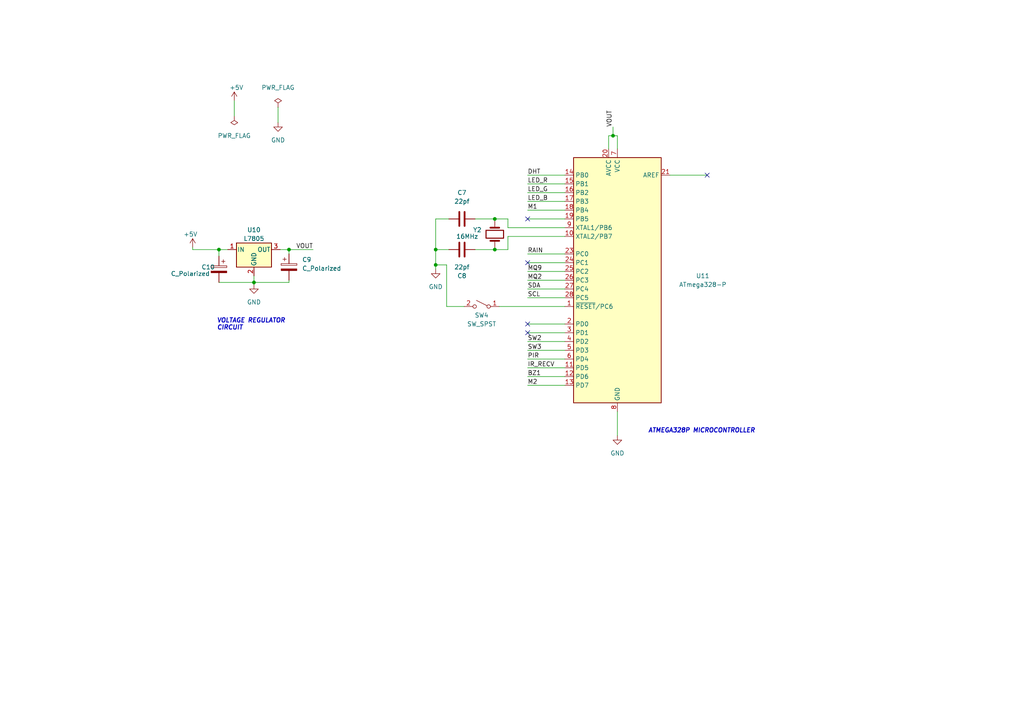
<source format=kicad_sch>
(kicad_sch (version 20211123) (generator eeschema)

  (uuid a9dc569f-15c0-4732-a2ce-6a84a8bb18c0)

  (paper "A4")

  (lib_symbols
    (symbol "Device:C" (pin_numbers hide) (pin_names (offset 0.254)) (in_bom yes) (on_board yes)
      (property "Reference" "C" (id 0) (at 0.635 2.54 0)
        (effects (font (size 1.27 1.27)) (justify left))
      )
      (property "Value" "C" (id 1) (at 0.635 -2.54 0)
        (effects (font (size 1.27 1.27)) (justify left))
      )
      (property "Footprint" "" (id 2) (at 0.9652 -3.81 0)
        (effects (font (size 1.27 1.27)) hide)
      )
      (property "Datasheet" "~" (id 3) (at 0 0 0)
        (effects (font (size 1.27 1.27)) hide)
      )
      (property "ki_keywords" "cap capacitor" (id 4) (at 0 0 0)
        (effects (font (size 1.27 1.27)) hide)
      )
      (property "ki_description" "Unpolarized capacitor" (id 5) (at 0 0 0)
        (effects (font (size 1.27 1.27)) hide)
      )
      (property "ki_fp_filters" "C_*" (id 6) (at 0 0 0)
        (effects (font (size 1.27 1.27)) hide)
      )
      (symbol "C_0_1"
        (polyline
          (pts
            (xy -2.032 -0.762)
            (xy 2.032 -0.762)
          )
          (stroke (width 0.508) (type default) (color 0 0 0 0))
          (fill (type none))
        )
        (polyline
          (pts
            (xy -2.032 0.762)
            (xy 2.032 0.762)
          )
          (stroke (width 0.508) (type default) (color 0 0 0 0))
          (fill (type none))
        )
      )
      (symbol "C_1_1"
        (pin passive line (at 0 3.81 270) (length 2.794)
          (name "~" (effects (font (size 1.27 1.27))))
          (number "1" (effects (font (size 1.27 1.27))))
        )
        (pin passive line (at 0 -3.81 90) (length 2.794)
          (name "~" (effects (font (size 1.27 1.27))))
          (number "2" (effects (font (size 1.27 1.27))))
        )
      )
    )
    (symbol "Device:C_Polarized" (pin_numbers hide) (pin_names (offset 0.254)) (in_bom yes) (on_board yes)
      (property "Reference" "C" (id 0) (at 0.635 2.54 0)
        (effects (font (size 1.27 1.27)) (justify left))
      )
      (property "Value" "C_Polarized" (id 1) (at 0.635 -2.54 0)
        (effects (font (size 1.27 1.27)) (justify left))
      )
      (property "Footprint" "" (id 2) (at 0.9652 -3.81 0)
        (effects (font (size 1.27 1.27)) hide)
      )
      (property "Datasheet" "~" (id 3) (at 0 0 0)
        (effects (font (size 1.27 1.27)) hide)
      )
      (property "ki_keywords" "cap capacitor" (id 4) (at 0 0 0)
        (effects (font (size 1.27 1.27)) hide)
      )
      (property "ki_description" "Polarized capacitor" (id 5) (at 0 0 0)
        (effects (font (size 1.27 1.27)) hide)
      )
      (property "ki_fp_filters" "CP_*" (id 6) (at 0 0 0)
        (effects (font (size 1.27 1.27)) hide)
      )
      (symbol "C_Polarized_0_1"
        (rectangle (start -2.286 0.508) (end 2.286 1.016)
          (stroke (width 0) (type default) (color 0 0 0 0))
          (fill (type none))
        )
        (polyline
          (pts
            (xy -1.778 2.286)
            (xy -0.762 2.286)
          )
          (stroke (width 0) (type default) (color 0 0 0 0))
          (fill (type none))
        )
        (polyline
          (pts
            (xy -1.27 2.794)
            (xy -1.27 1.778)
          )
          (stroke (width 0) (type default) (color 0 0 0 0))
          (fill (type none))
        )
        (rectangle (start 2.286 -0.508) (end -2.286 -1.016)
          (stroke (width 0) (type default) (color 0 0 0 0))
          (fill (type outline))
        )
      )
      (symbol "C_Polarized_1_1"
        (pin passive line (at 0 3.81 270) (length 2.794)
          (name "~" (effects (font (size 1.27 1.27))))
          (number "1" (effects (font (size 1.27 1.27))))
        )
        (pin passive line (at 0 -3.81 90) (length 2.794)
          (name "~" (effects (font (size 1.27 1.27))))
          (number "2" (effects (font (size 1.27 1.27))))
        )
      )
    )
    (symbol "Device:Crystal" (pin_numbers hide) (pin_names (offset 1.016) hide) (in_bom yes) (on_board yes)
      (property "Reference" "Y" (id 0) (at 0 3.81 0)
        (effects (font (size 1.27 1.27)))
      )
      (property "Value" "Crystal" (id 1) (at 0 -3.81 0)
        (effects (font (size 1.27 1.27)))
      )
      (property "Footprint" "" (id 2) (at 0 0 0)
        (effects (font (size 1.27 1.27)) hide)
      )
      (property "Datasheet" "~" (id 3) (at 0 0 0)
        (effects (font (size 1.27 1.27)) hide)
      )
      (property "ki_keywords" "quartz ceramic resonator oscillator" (id 4) (at 0 0 0)
        (effects (font (size 1.27 1.27)) hide)
      )
      (property "ki_description" "Two pin crystal" (id 5) (at 0 0 0)
        (effects (font (size 1.27 1.27)) hide)
      )
      (property "ki_fp_filters" "Crystal*" (id 6) (at 0 0 0)
        (effects (font (size 1.27 1.27)) hide)
      )
      (symbol "Crystal_0_1"
        (rectangle (start -1.143 2.54) (end 1.143 -2.54)
          (stroke (width 0.3048) (type default) (color 0 0 0 0))
          (fill (type none))
        )
        (polyline
          (pts
            (xy -2.54 0)
            (xy -1.905 0)
          )
          (stroke (width 0) (type default) (color 0 0 0 0))
          (fill (type none))
        )
        (polyline
          (pts
            (xy -1.905 -1.27)
            (xy -1.905 1.27)
          )
          (stroke (width 0.508) (type default) (color 0 0 0 0))
          (fill (type none))
        )
        (polyline
          (pts
            (xy 1.905 -1.27)
            (xy 1.905 1.27)
          )
          (stroke (width 0.508) (type default) (color 0 0 0 0))
          (fill (type none))
        )
        (polyline
          (pts
            (xy 2.54 0)
            (xy 1.905 0)
          )
          (stroke (width 0) (type default) (color 0 0 0 0))
          (fill (type none))
        )
      )
      (symbol "Crystal_1_1"
        (pin passive line (at -3.81 0 0) (length 1.27)
          (name "1" (effects (font (size 1.27 1.27))))
          (number "1" (effects (font (size 1.27 1.27))))
        )
        (pin passive line (at 3.81 0 180) (length 1.27)
          (name "2" (effects (font (size 1.27 1.27))))
          (number "2" (effects (font (size 1.27 1.27))))
        )
      )
    )
    (symbol "MCU_Microchip_ATmega:ATmega328-P" (in_bom yes) (on_board yes)
      (property "Reference" "U" (id 0) (at -12.7 36.83 0)
        (effects (font (size 1.27 1.27)) (justify left bottom))
      )
      (property "Value" "ATmega328-P" (id 1) (at 2.54 -36.83 0)
        (effects (font (size 1.27 1.27)) (justify left top))
      )
      (property "Footprint" "Package_DIP:DIP-28_W7.62mm" (id 2) (at 0 0 0)
        (effects (font (size 1.27 1.27) italic) hide)
      )
      (property "Datasheet" "http://ww1.microchip.com/downloads/en/DeviceDoc/ATmega328_P%20AVR%20MCU%20with%20picoPower%20Technology%20Data%20Sheet%2040001984A.pdf" (id 3) (at 0 0 0)
        (effects (font (size 1.27 1.27)) hide)
      )
      (property "ki_keywords" "AVR 8bit Microcontroller MegaAVR" (id 4) (at 0 0 0)
        (effects (font (size 1.27 1.27)) hide)
      )
      (property "ki_description" "20MHz, 32kB Flash, 2kB SRAM, 1kB EEPROM, DIP-28" (id 5) (at 0 0 0)
        (effects (font (size 1.27 1.27)) hide)
      )
      (property "ki_fp_filters" "DIP*W7.62mm*" (id 6) (at 0 0 0)
        (effects (font (size 1.27 1.27)) hide)
      )
      (symbol "ATmega328-P_0_1"
        (rectangle (start -12.7 -35.56) (end 12.7 35.56)
          (stroke (width 0.254) (type default) (color 0 0 0 0))
          (fill (type background))
        )
      )
      (symbol "ATmega328-P_1_1"
        (pin bidirectional line (at 15.24 -7.62 180) (length 2.54)
          (name "~{RESET}/PC6" (effects (font (size 1.27 1.27))))
          (number "1" (effects (font (size 1.27 1.27))))
        )
        (pin bidirectional line (at 15.24 12.7 180) (length 2.54)
          (name "XTAL2/PB7" (effects (font (size 1.27 1.27))))
          (number "10" (effects (font (size 1.27 1.27))))
        )
        (pin bidirectional line (at 15.24 -25.4 180) (length 2.54)
          (name "PD5" (effects (font (size 1.27 1.27))))
          (number "11" (effects (font (size 1.27 1.27))))
        )
        (pin bidirectional line (at 15.24 -27.94 180) (length 2.54)
          (name "PD6" (effects (font (size 1.27 1.27))))
          (number "12" (effects (font (size 1.27 1.27))))
        )
        (pin bidirectional line (at 15.24 -30.48 180) (length 2.54)
          (name "PD7" (effects (font (size 1.27 1.27))))
          (number "13" (effects (font (size 1.27 1.27))))
        )
        (pin bidirectional line (at 15.24 30.48 180) (length 2.54)
          (name "PB0" (effects (font (size 1.27 1.27))))
          (number "14" (effects (font (size 1.27 1.27))))
        )
        (pin bidirectional line (at 15.24 27.94 180) (length 2.54)
          (name "PB1" (effects (font (size 1.27 1.27))))
          (number "15" (effects (font (size 1.27 1.27))))
        )
        (pin bidirectional line (at 15.24 25.4 180) (length 2.54)
          (name "PB2" (effects (font (size 1.27 1.27))))
          (number "16" (effects (font (size 1.27 1.27))))
        )
        (pin bidirectional line (at 15.24 22.86 180) (length 2.54)
          (name "PB3" (effects (font (size 1.27 1.27))))
          (number "17" (effects (font (size 1.27 1.27))))
        )
        (pin bidirectional line (at 15.24 20.32 180) (length 2.54)
          (name "PB4" (effects (font (size 1.27 1.27))))
          (number "18" (effects (font (size 1.27 1.27))))
        )
        (pin bidirectional line (at 15.24 17.78 180) (length 2.54)
          (name "PB5" (effects (font (size 1.27 1.27))))
          (number "19" (effects (font (size 1.27 1.27))))
        )
        (pin bidirectional line (at 15.24 -12.7 180) (length 2.54)
          (name "PD0" (effects (font (size 1.27 1.27))))
          (number "2" (effects (font (size 1.27 1.27))))
        )
        (pin power_in line (at 2.54 38.1 270) (length 2.54)
          (name "AVCC" (effects (font (size 1.27 1.27))))
          (number "20" (effects (font (size 1.27 1.27))))
        )
        (pin passive line (at -15.24 30.48 0) (length 2.54)
          (name "AREF" (effects (font (size 1.27 1.27))))
          (number "21" (effects (font (size 1.27 1.27))))
        )
        (pin passive line (at 0 -38.1 90) (length 2.54) hide
          (name "GND" (effects (font (size 1.27 1.27))))
          (number "22" (effects (font (size 1.27 1.27))))
        )
        (pin bidirectional line (at 15.24 7.62 180) (length 2.54)
          (name "PC0" (effects (font (size 1.27 1.27))))
          (number "23" (effects (font (size 1.27 1.27))))
        )
        (pin bidirectional line (at 15.24 5.08 180) (length 2.54)
          (name "PC1" (effects (font (size 1.27 1.27))))
          (number "24" (effects (font (size 1.27 1.27))))
        )
        (pin bidirectional line (at 15.24 2.54 180) (length 2.54)
          (name "PC2" (effects (font (size 1.27 1.27))))
          (number "25" (effects (font (size 1.27 1.27))))
        )
        (pin bidirectional line (at 15.24 0 180) (length 2.54)
          (name "PC3" (effects (font (size 1.27 1.27))))
          (number "26" (effects (font (size 1.27 1.27))))
        )
        (pin bidirectional line (at 15.24 -2.54 180) (length 2.54)
          (name "PC4" (effects (font (size 1.27 1.27))))
          (number "27" (effects (font (size 1.27 1.27))))
        )
        (pin bidirectional line (at 15.24 -5.08 180) (length 2.54)
          (name "PC5" (effects (font (size 1.27 1.27))))
          (number "28" (effects (font (size 1.27 1.27))))
        )
        (pin bidirectional line (at 15.24 -15.24 180) (length 2.54)
          (name "PD1" (effects (font (size 1.27 1.27))))
          (number "3" (effects (font (size 1.27 1.27))))
        )
        (pin bidirectional line (at 15.24 -17.78 180) (length 2.54)
          (name "PD2" (effects (font (size 1.27 1.27))))
          (number "4" (effects (font (size 1.27 1.27))))
        )
        (pin bidirectional line (at 15.24 -20.32 180) (length 2.54)
          (name "PD3" (effects (font (size 1.27 1.27))))
          (number "5" (effects (font (size 1.27 1.27))))
        )
        (pin bidirectional line (at 15.24 -22.86 180) (length 2.54)
          (name "PD4" (effects (font (size 1.27 1.27))))
          (number "6" (effects (font (size 1.27 1.27))))
        )
        (pin power_in line (at 0 38.1 270) (length 2.54)
          (name "VCC" (effects (font (size 1.27 1.27))))
          (number "7" (effects (font (size 1.27 1.27))))
        )
        (pin power_in line (at 0 -38.1 90) (length 2.54)
          (name "GND" (effects (font (size 1.27 1.27))))
          (number "8" (effects (font (size 1.27 1.27))))
        )
        (pin bidirectional line (at 15.24 15.24 180) (length 2.54)
          (name "XTAL1/PB6" (effects (font (size 1.27 1.27))))
          (number "9" (effects (font (size 1.27 1.27))))
        )
      )
    )
    (symbol "Regulator_Linear:L7805" (pin_names (offset 0.254)) (in_bom yes) (on_board yes)
      (property "Reference" "U" (id 0) (at -3.81 3.175 0)
        (effects (font (size 1.27 1.27)))
      )
      (property "Value" "L7805" (id 1) (at 0 3.175 0)
        (effects (font (size 1.27 1.27)) (justify left))
      )
      (property "Footprint" "" (id 2) (at 0.635 -3.81 0)
        (effects (font (size 1.27 1.27) italic) (justify left) hide)
      )
      (property "Datasheet" "http://www.st.com/content/ccc/resource/technical/document/datasheet/41/4f/b3/b0/12/d4/47/88/CD00000444.pdf/files/CD00000444.pdf/jcr:content/translations/en.CD00000444.pdf" (id 3) (at 0 -1.27 0)
        (effects (font (size 1.27 1.27)) hide)
      )
      (property "ki_keywords" "Voltage Regulator 1.5A Positive" (id 4) (at 0 0 0)
        (effects (font (size 1.27 1.27)) hide)
      )
      (property "ki_description" "Positive 1.5A 35V Linear Regulator, Fixed Output 5V, TO-220/TO-263/TO-252" (id 5) (at 0 0 0)
        (effects (font (size 1.27 1.27)) hide)
      )
      (property "ki_fp_filters" "TO?252* TO?263* TO?220*" (id 6) (at 0 0 0)
        (effects (font (size 1.27 1.27)) hide)
      )
      (symbol "L7805_0_1"
        (rectangle (start -5.08 1.905) (end 5.08 -5.08)
          (stroke (width 0.254) (type default) (color 0 0 0 0))
          (fill (type background))
        )
      )
      (symbol "L7805_1_1"
        (pin power_in line (at -7.62 0 0) (length 2.54)
          (name "IN" (effects (font (size 1.27 1.27))))
          (number "1" (effects (font (size 1.27 1.27))))
        )
        (pin power_in line (at 0 -7.62 90) (length 2.54)
          (name "GND" (effects (font (size 1.27 1.27))))
          (number "2" (effects (font (size 1.27 1.27))))
        )
        (pin power_out line (at 7.62 0 180) (length 2.54)
          (name "OUT" (effects (font (size 1.27 1.27))))
          (number "3" (effects (font (size 1.27 1.27))))
        )
      )
    )
    (symbol "Switch:SW_SPST" (pin_names (offset 0) hide) (in_bom yes) (on_board yes)
      (property "Reference" "SW" (id 0) (at 0 3.175 0)
        (effects (font (size 1.27 1.27)))
      )
      (property "Value" "SW_SPST" (id 1) (at 0 -2.54 0)
        (effects (font (size 1.27 1.27)))
      )
      (property "Footprint" "" (id 2) (at 0 0 0)
        (effects (font (size 1.27 1.27)) hide)
      )
      (property "Datasheet" "~" (id 3) (at 0 0 0)
        (effects (font (size 1.27 1.27)) hide)
      )
      (property "ki_keywords" "switch lever" (id 4) (at 0 0 0)
        (effects (font (size 1.27 1.27)) hide)
      )
      (property "ki_description" "Single Pole Single Throw (SPST) switch" (id 5) (at 0 0 0)
        (effects (font (size 1.27 1.27)) hide)
      )
      (symbol "SW_SPST_0_0"
        (circle (center -2.032 0) (radius 0.508)
          (stroke (width 0) (type default) (color 0 0 0 0))
          (fill (type none))
        )
        (polyline
          (pts
            (xy -1.524 0.254)
            (xy 1.524 1.778)
          )
          (stroke (width 0) (type default) (color 0 0 0 0))
          (fill (type none))
        )
        (circle (center 2.032 0) (radius 0.508)
          (stroke (width 0) (type default) (color 0 0 0 0))
          (fill (type none))
        )
      )
      (symbol "SW_SPST_1_1"
        (pin passive line (at -5.08 0 0) (length 2.54)
          (name "A" (effects (font (size 1.27 1.27))))
          (number "1" (effects (font (size 1.27 1.27))))
        )
        (pin passive line (at 5.08 0 180) (length 2.54)
          (name "B" (effects (font (size 1.27 1.27))))
          (number "2" (effects (font (size 1.27 1.27))))
        )
      )
    )
    (symbol "power:+5V" (power) (pin_names (offset 0)) (in_bom yes) (on_board yes)
      (property "Reference" "#PWR" (id 0) (at 0 -3.81 0)
        (effects (font (size 1.27 1.27)) hide)
      )
      (property "Value" "+5V" (id 1) (at 0 3.556 0)
        (effects (font (size 1.27 1.27)))
      )
      (property "Footprint" "" (id 2) (at 0 0 0)
        (effects (font (size 1.27 1.27)) hide)
      )
      (property "Datasheet" "" (id 3) (at 0 0 0)
        (effects (font (size 1.27 1.27)) hide)
      )
      (property "ki_keywords" "power-flag" (id 4) (at 0 0 0)
        (effects (font (size 1.27 1.27)) hide)
      )
      (property "ki_description" "Power symbol creates a global label with name \"+5V\"" (id 5) (at 0 0 0)
        (effects (font (size 1.27 1.27)) hide)
      )
      (symbol "+5V_0_1"
        (polyline
          (pts
            (xy -0.762 1.27)
            (xy 0 2.54)
          )
          (stroke (width 0) (type default) (color 0 0 0 0))
          (fill (type none))
        )
        (polyline
          (pts
            (xy 0 0)
            (xy 0 2.54)
          )
          (stroke (width 0) (type default) (color 0 0 0 0))
          (fill (type none))
        )
        (polyline
          (pts
            (xy 0 2.54)
            (xy 0.762 1.27)
          )
          (stroke (width 0) (type default) (color 0 0 0 0))
          (fill (type none))
        )
      )
      (symbol "+5V_1_1"
        (pin power_in line (at 0 0 90) (length 0) hide
          (name "+5V" (effects (font (size 1.27 1.27))))
          (number "1" (effects (font (size 1.27 1.27))))
        )
      )
    )
    (symbol "power:GND" (power) (pin_names (offset 0)) (in_bom yes) (on_board yes)
      (property "Reference" "#PWR" (id 0) (at 0 -6.35 0)
        (effects (font (size 1.27 1.27)) hide)
      )
      (property "Value" "GND" (id 1) (at 0 -3.81 0)
        (effects (font (size 1.27 1.27)))
      )
      (property "Footprint" "" (id 2) (at 0 0 0)
        (effects (font (size 1.27 1.27)) hide)
      )
      (property "Datasheet" "" (id 3) (at 0 0 0)
        (effects (font (size 1.27 1.27)) hide)
      )
      (property "ki_keywords" "power-flag" (id 4) (at 0 0 0)
        (effects (font (size 1.27 1.27)) hide)
      )
      (property "ki_description" "Power symbol creates a global label with name \"GND\" , ground" (id 5) (at 0 0 0)
        (effects (font (size 1.27 1.27)) hide)
      )
      (symbol "GND_0_1"
        (polyline
          (pts
            (xy 0 0)
            (xy 0 -1.27)
            (xy 1.27 -1.27)
            (xy 0 -2.54)
            (xy -1.27 -1.27)
            (xy 0 -1.27)
          )
          (stroke (width 0) (type default) (color 0 0 0 0))
          (fill (type none))
        )
      )
      (symbol "GND_1_1"
        (pin power_in line (at 0 0 270) (length 0) hide
          (name "GND" (effects (font (size 1.27 1.27))))
          (number "1" (effects (font (size 1.27 1.27))))
        )
      )
    )
    (symbol "power:PWR_FLAG" (power) (pin_numbers hide) (pin_names (offset 0) hide) (in_bom yes) (on_board yes)
      (property "Reference" "#FLG" (id 0) (at 0 1.905 0)
        (effects (font (size 1.27 1.27)) hide)
      )
      (property "Value" "PWR_FLAG" (id 1) (at 0 3.81 0)
        (effects (font (size 1.27 1.27)))
      )
      (property "Footprint" "" (id 2) (at 0 0 0)
        (effects (font (size 1.27 1.27)) hide)
      )
      (property "Datasheet" "~" (id 3) (at 0 0 0)
        (effects (font (size 1.27 1.27)) hide)
      )
      (property "ki_keywords" "power-flag" (id 4) (at 0 0 0)
        (effects (font (size 1.27 1.27)) hide)
      )
      (property "ki_description" "Special symbol for telling ERC where power comes from" (id 5) (at 0 0 0)
        (effects (font (size 1.27 1.27)) hide)
      )
      (symbol "PWR_FLAG_0_0"
        (pin power_out line (at 0 0 90) (length 0)
          (name "pwr" (effects (font (size 1.27 1.27))))
          (number "1" (effects (font (size 1.27 1.27))))
        )
      )
      (symbol "PWR_FLAG_0_1"
        (polyline
          (pts
            (xy 0 0)
            (xy 0 1.27)
            (xy -1.016 1.905)
            (xy 0 2.54)
            (xy 1.016 1.905)
            (xy 0 1.27)
          )
          (stroke (width 0) (type default) (color 0 0 0 0))
          (fill (type none))
        )
      )
    )
  )

  (junction (at 143.51 72.39) (diameter 0) (color 0 0 0 0)
    (uuid 1595beb7-67c9-46b1-a56d-2e21fb84a87e)
  )
  (junction (at 177.8 39.37) (diameter 0) (color 0 0 0 0)
    (uuid 296f8a8b-3a8a-4595-87f0-385aa9baf7d9)
  )
  (junction (at 143.51 63.5) (diameter 0) (color 0 0 0 0)
    (uuid 52523a69-c9d0-4215-8f36-e9dd2fbcc869)
  )
  (junction (at 126.365 76.835) (diameter 0) (color 0 0 0 0)
    (uuid 61d0ae19-6caf-48cd-a466-bda72a551cf6)
  )
  (junction (at 73.66 81.915) (diameter 0) (color 0 0 0 0)
    (uuid 62d107f0-cd43-4987-93e5-dbede06dc77c)
  )
  (junction (at 126.365 72.39) (diameter 0) (color 0 0 0 0)
    (uuid 652f0eae-83ad-4eff-a8f3-72f4b89af060)
  )
  (junction (at 63.5 72.39) (diameter 0) (color 0 0 0 0)
    (uuid 8dcb60e1-5b86-4f15-9981-38ebe4a2f13e)
  )
  (junction (at 83.82 72.39) (diameter 0) (color 0 0 0 0)
    (uuid a0b5d5cc-7cc1-4566-9904-98a3f15a2225)
  )

  (no_connect (at 153.035 93.98) (uuid 1f28ad28-58b3-4549-9809-becae285816f))
  (no_connect (at 153.035 76.2) (uuid 620412a7-86d6-4700-9fa9-c703766fbb0f))
  (no_connect (at 205.105 50.8) (uuid cce24341-842e-408a-8195-8258f5bcb5d8))
  (no_connect (at 153.035 63.5) (uuid ecf7e3c2-cd24-4107-80de-aae302d62461))
  (no_connect (at 153.035 96.52) (uuid ed6386eb-b8e1-4aa0-9c84-d14074a6678e))

  (wire (pts (xy 81.28 72.39) (xy 83.82 72.39))
    (stroke (width 0) (type default) (color 0 0 0 0))
    (uuid 0474c105-fac7-4e88-8114-28659155887a)
  )
  (wire (pts (xy 176.53 39.37) (xy 177.8 39.37))
    (stroke (width 0) (type default) (color 0 0 0 0))
    (uuid 057cd833-6f94-47a9-bd61-dd6f955efeab)
  )
  (wire (pts (xy 163.83 101.6) (xy 153.035 101.6))
    (stroke (width 0) (type default) (color 0 0 0 0))
    (uuid 0ba6e1f4-c87e-4508-8747-4a6e2355008a)
  )
  (wire (pts (xy 130.175 72.39) (xy 126.365 72.39))
    (stroke (width 0) (type default) (color 0 0 0 0))
    (uuid 0bc3d7ec-33c3-4bbb-9107-e3fd8f9f70a7)
  )
  (wire (pts (xy 163.83 55.88) (xy 153.035 55.88))
    (stroke (width 0) (type default) (color 0 0 0 0))
    (uuid 0be0d849-8dcd-41b6-9218-6abdaeacb7af)
  )
  (wire (pts (xy 163.83 76.2) (xy 153.035 76.2))
    (stroke (width 0) (type default) (color 0 0 0 0))
    (uuid 10c1f5e7-df5d-4ec1-99e6-0ed1e3ddbea9)
  )
  (wire (pts (xy 66.04 72.39) (xy 63.5 72.39))
    (stroke (width 0) (type default) (color 0 0 0 0))
    (uuid 134ddaae-ec70-4ca7-ad75-40459424703c)
  )
  (wire (pts (xy 163.83 99.06) (xy 153.035 99.06))
    (stroke (width 0) (type default) (color 0 0 0 0))
    (uuid 24e1d7d3-000b-4cf2-95e6-68866cbfe6b4)
  )
  (wire (pts (xy 63.5 81.915) (xy 73.66 81.915))
    (stroke (width 0) (type default) (color 0 0 0 0))
    (uuid 29a0e3ea-56a8-4d9b-a113-3bbd800d0cb8)
  )
  (wire (pts (xy 63.5 72.39) (xy 63.5 74.295))
    (stroke (width 0) (type default) (color 0 0 0 0))
    (uuid 2a354408-826b-4b73-a832-77bb5013c6b2)
  )
  (wire (pts (xy 163.83 81.28) (xy 153.035 81.28))
    (stroke (width 0) (type default) (color 0 0 0 0))
    (uuid 2b1aa8b0-0dfd-41c9-bcc9-27d5946c0abf)
  )
  (wire (pts (xy 147.32 63.5) (xy 143.51 63.5))
    (stroke (width 0) (type default) (color 0 0 0 0))
    (uuid 2d098db8-8abe-4d41-8d31-9f77dc30504a)
  )
  (wire (pts (xy 126.365 72.39) (xy 126.365 76.835))
    (stroke (width 0) (type default) (color 0 0 0 0))
    (uuid 2eef17d4-048c-4cb6-a9a8-1714bd85bba0)
  )
  (wire (pts (xy 73.66 80.01) (xy 73.66 81.915))
    (stroke (width 0) (type default) (color 0 0 0 0))
    (uuid 37663a00-15d1-4c94-835a-90d1143584af)
  )
  (wire (pts (xy 177.8 39.37) (xy 179.07 39.37))
    (stroke (width 0) (type default) (color 0 0 0 0))
    (uuid 4216edb0-8b69-46b0-936d-ac8b59d8817f)
  )
  (wire (pts (xy 55.88 72.39) (xy 63.5 72.39))
    (stroke (width 0) (type default) (color 0 0 0 0))
    (uuid 4bacc000-0577-4876-8e43-3964928fe972)
  )
  (wire (pts (xy 163.83 109.22) (xy 153.035 109.22))
    (stroke (width 0) (type default) (color 0 0 0 0))
    (uuid 53fa4059-4f78-4644-943a-61ee6a6fad1a)
  )
  (wire (pts (xy 163.83 96.52) (xy 153.035 96.52))
    (stroke (width 0) (type default) (color 0 0 0 0))
    (uuid 54bea38c-8945-46f2-ad2e-395c8ddb577d)
  )
  (wire (pts (xy 67.945 33.655) (xy 67.945 29.21))
    (stroke (width 0) (type default) (color 0 0 0 0))
    (uuid 55bcb8a9-79e6-4083-9a07-46c000940839)
  )
  (wire (pts (xy 147.32 68.58) (xy 147.32 72.39))
    (stroke (width 0) (type default) (color 0 0 0 0))
    (uuid 560d60a4-75c0-4fe7-900c-004654388a2b)
  )
  (wire (pts (xy 126.365 63.5) (xy 126.365 72.39))
    (stroke (width 0) (type default) (color 0 0 0 0))
    (uuid 56850e17-149e-4c71-a21c-1a51aa030342)
  )
  (wire (pts (xy 163.83 58.42) (xy 153.035 58.42))
    (stroke (width 0) (type default) (color 0 0 0 0))
    (uuid 5abaee63-3365-4d3d-9952-54cebf943765)
  )
  (wire (pts (xy 163.83 111.76) (xy 153.035 111.76))
    (stroke (width 0) (type default) (color 0 0 0 0))
    (uuid 5ac6506f-5e8d-499a-81b4-7011529bc1ca)
  )
  (wire (pts (xy 73.66 81.915) (xy 73.66 82.55))
    (stroke (width 0) (type default) (color 0 0 0 0))
    (uuid 5af5f2d0-4338-4698-a78b-c725f889843b)
  )
  (wire (pts (xy 163.83 86.36) (xy 153.035 86.36))
    (stroke (width 0) (type default) (color 0 0 0 0))
    (uuid 605a6924-4a4a-4741-89e4-1c31ca0b9fce)
  )
  (wire (pts (xy 83.82 72.39) (xy 83.82 73.66))
    (stroke (width 0) (type default) (color 0 0 0 0))
    (uuid 60be891a-5aff-4863-9a02-8df14f391a0c)
  )
  (wire (pts (xy 130.175 63.5) (xy 126.365 63.5))
    (stroke (width 0) (type default) (color 0 0 0 0))
    (uuid 64dab0bd-bde1-413e-b6ec-93eed58cf36c)
  )
  (wire (pts (xy 163.83 83.82) (xy 153.035 83.82))
    (stroke (width 0) (type default) (color 0 0 0 0))
    (uuid 68b4297c-5a20-4e47-a769-2cec505b57bc)
  )
  (wire (pts (xy 83.82 72.39) (xy 90.805 72.39))
    (stroke (width 0) (type default) (color 0 0 0 0))
    (uuid 68bd6ebb-3deb-4247-af2b-c3c1c69e07b8)
  )
  (wire (pts (xy 163.83 73.66) (xy 153.035 73.66))
    (stroke (width 0) (type default) (color 0 0 0 0))
    (uuid 88314196-e852-45e8-bb74-0c20e1da1d4c)
  )
  (wire (pts (xy 176.53 39.37) (xy 176.53 43.18))
    (stroke (width 0) (type default) (color 0 0 0 0))
    (uuid 88ad14d7-2937-4337-8ba9-e49348f27d6e)
  )
  (wire (pts (xy 143.51 63.5) (xy 137.795 63.5))
    (stroke (width 0) (type default) (color 0 0 0 0))
    (uuid 8b5653fe-9c63-484f-8997-ad0ee92e5c09)
  )
  (wire (pts (xy 55.88 71.755) (xy 55.88 72.39))
    (stroke (width 0) (type default) (color 0 0 0 0))
    (uuid 99604940-f691-4234-ab88-0d72f9a865af)
  )
  (wire (pts (xy 147.32 66.04) (xy 147.32 63.5))
    (stroke (width 0) (type default) (color 0 0 0 0))
    (uuid 9e83250a-9a74-43d6-af32-8fd6bcb957c9)
  )
  (wire (pts (xy 147.32 72.39) (xy 143.51 72.39))
    (stroke (width 0) (type default) (color 0 0 0 0))
    (uuid a026c2ca-2c2c-4058-b262-ee9ce40b2353)
  )
  (wire (pts (xy 163.83 78.74) (xy 153.035 78.74))
    (stroke (width 0) (type default) (color 0 0 0 0))
    (uuid a335dc3e-aaf7-41cd-aabc-77a6486ef84b)
  )
  (wire (pts (xy 179.07 119.38) (xy 179.07 126.365))
    (stroke (width 0) (type default) (color 0 0 0 0))
    (uuid ad3db87a-dc7a-4c77-8fd4-4509f4ec107c)
  )
  (wire (pts (xy 129.54 88.9) (xy 129.54 76.835))
    (stroke (width 0) (type default) (color 0 0 0 0))
    (uuid b71a4187-38c6-4109-b315-1abcb9c82cb8)
  )
  (wire (pts (xy 163.83 68.58) (xy 147.32 68.58))
    (stroke (width 0) (type default) (color 0 0 0 0))
    (uuid b7663e3a-3f66-4e1b-ac9c-b661bbb09ad3)
  )
  (wire (pts (xy 134.62 88.9) (xy 129.54 88.9))
    (stroke (width 0) (type default) (color 0 0 0 0))
    (uuid bb3dd598-5848-4b93-9fd4-c59113ebcf2b)
  )
  (wire (pts (xy 205.105 50.8) (xy 194.31 50.8))
    (stroke (width 0) (type default) (color 0 0 0 0))
    (uuid beaf8f2f-64d5-475c-a91c-d5d9655d5c3b)
  )
  (wire (pts (xy 163.83 53.34) (xy 153.035 53.34))
    (stroke (width 0) (type default) (color 0 0 0 0))
    (uuid c1ac13c5-8b06-43d7-99ad-5ac62fd77e55)
  )
  (wire (pts (xy 137.795 72.39) (xy 143.51 72.39))
    (stroke (width 0) (type default) (color 0 0 0 0))
    (uuid c6f19e16-7ead-4d47-bb72-591a04e51a2e)
  )
  (wire (pts (xy 163.83 50.8) (xy 153.035 50.8))
    (stroke (width 0) (type default) (color 0 0 0 0))
    (uuid c7d13d82-178d-45cb-a939-a200e911ff81)
  )
  (wire (pts (xy 163.83 60.96) (xy 153.035 60.96))
    (stroke (width 0) (type default) (color 0 0 0 0))
    (uuid ca162902-2b34-42ef-a491-e38cce0e0d25)
  )
  (wire (pts (xy 163.83 93.98) (xy 153.035 93.98))
    (stroke (width 0) (type default) (color 0 0 0 0))
    (uuid ca2b0783-f167-42c8-bc14-2a22ee7aee92)
  )
  (wire (pts (xy 129.54 76.835) (xy 126.365 76.835))
    (stroke (width 0) (type default) (color 0 0 0 0))
    (uuid ce800a85-127c-4c0f-8d36-57d175dbefd6)
  )
  (wire (pts (xy 83.82 81.28) (xy 83.82 81.915))
    (stroke (width 0) (type default) (color 0 0 0 0))
    (uuid d4121778-858b-46c8-b224-96a9361ad65a)
  )
  (wire (pts (xy 80.645 31.115) (xy 80.645 35.56))
    (stroke (width 0) (type default) (color 0 0 0 0))
    (uuid d63b8a63-220a-476f-9e12-e818bd4f40fd)
  )
  (wire (pts (xy 177.8 36.83) (xy 177.8 39.37))
    (stroke (width 0) (type default) (color 0 0 0 0))
    (uuid def7b0c3-1c0b-4d72-8690-0cede27b3582)
  )
  (wire (pts (xy 163.83 63.5) (xy 153.035 63.5))
    (stroke (width 0) (type default) (color 0 0 0 0))
    (uuid e1e12662-a868-4d5d-8714-427f4c4e785e)
  )
  (wire (pts (xy 163.83 104.14) (xy 153.035 104.14))
    (stroke (width 0) (type default) (color 0 0 0 0))
    (uuid e3be015a-cc64-4352-991d-caafb6e060eb)
  )
  (wire (pts (xy 163.83 106.68) (xy 153.035 106.68))
    (stroke (width 0) (type default) (color 0 0 0 0))
    (uuid e3ec10bc-d700-4f2d-85ef-228697d954fa)
  )
  (wire (pts (xy 143.51 72.39) (xy 143.51 71.755))
    (stroke (width 0) (type default) (color 0 0 0 0))
    (uuid e5c790cd-b347-4527-911c-fae7f0cb4e0f)
  )
  (wire (pts (xy 163.83 88.9) (xy 144.78 88.9))
    (stroke (width 0) (type default) (color 0 0 0 0))
    (uuid eab03998-83b2-4a0e-bf48-0a0e5db5fec6)
  )
  (wire (pts (xy 83.82 81.915) (xy 73.66 81.915))
    (stroke (width 0) (type default) (color 0 0 0 0))
    (uuid ee6323fa-cc0c-4fd5-a110-a2b2df73b897)
  )
  (wire (pts (xy 163.83 66.04) (xy 147.32 66.04))
    (stroke (width 0) (type default) (color 0 0 0 0))
    (uuid efe5c6ea-ca2d-466d-ad0a-b44736d00639)
  )
  (wire (pts (xy 143.51 64.135) (xy 143.51 63.5))
    (stroke (width 0) (type default) (color 0 0 0 0))
    (uuid f171e279-366d-47d8-a5fd-6653418c236f)
  )
  (wire (pts (xy 179.07 43.18) (xy 179.07 39.37))
    (stroke (width 0) (type default) (color 0 0 0 0))
    (uuid f622c260-4c68-4886-8a7a-6a051bc9e884)
  )
  (wire (pts (xy 126.365 76.835) (xy 126.365 78.105))
    (stroke (width 0) (type default) (color 0 0 0 0))
    (uuid f99b3e8a-6c04-41fb-be9b-dc05a2ad9675)
  )

  (text "ATMEGA328P MICROCONTROLLER \n" (at 187.96 125.73 0)
    (effects (font (size 1.27 1.27) (thickness 0.254) bold italic) (justify left bottom))
    (uuid 3d413ed0-6ef5-4822-8e39-c3f350924f28)
  )
  (text "VOLTAGE REGULATOR \nCIRCUIT\n" (at 62.865 95.885 0)
    (effects (font (size 1.27 1.27) (thickness 0.254) bold italic) (justify left bottom))
    (uuid f5635b93-2acb-463b-9af8-875e899e6359)
  )

  (label "M1" (at 153.035 60.96 0)
    (effects (font (size 1.27 1.27)) (justify left bottom))
    (uuid 0650341e-3791-4f2f-b8f7-4581dcd0ec04)
  )
  (label "MQ2" (at 153.035 81.28 0)
    (effects (font (size 1.27 1.27)) (justify left bottom))
    (uuid 0ba80a2c-6d54-46da-bc20-de37914e8a47)
  )
  (label "IR_RECV" (at 153.035 106.68 0)
    (effects (font (size 1.27 1.27)) (justify left bottom))
    (uuid 1d37a776-24fc-4177-8fa2-0d73cf6e38d2)
  )
  (label "SDA" (at 153.035 83.82 0)
    (effects (font (size 1.27 1.27)) (justify left bottom))
    (uuid 34bb1444-c9d8-45c3-92df-44dac5b4504f)
  )
  (label "LED_R" (at 153.035 53.34 0)
    (effects (font (size 1.27 1.27)) (justify left bottom))
    (uuid 4df1c221-47a3-4f29-8a28-e266353ae845)
  )
  (label "BZ1" (at 153.035 109.22 0)
    (effects (font (size 1.27 1.27)) (justify left bottom))
    (uuid 4fa1b3d4-85bc-4212-b8f2-381796bcd7cb)
  )
  (label "LED_G" (at 153.035 55.88 0)
    (effects (font (size 1.27 1.27)) (justify left bottom))
    (uuid 52e8b285-4afd-44dd-a5c6-2c734f2412aa)
  )
  (label "RAIN" (at 153.035 73.66 0)
    (effects (font (size 1.27 1.27)) (justify left bottom))
    (uuid 5e9bb3b3-035f-4824-8fa8-d871d8ca4d75)
  )
  (label "MQ9" (at 153.035 78.74 0)
    (effects (font (size 1.27 1.27)) (justify left bottom))
    (uuid 5fd885f5-ea5f-4f41-b559-9d49d1f89c5e)
  )
  (label "VOUT" (at 177.8 36.83 90)
    (effects (font (size 1.27 1.27)) (justify left bottom))
    (uuid 76cc3809-1f8b-4f06-96df-aa2309b7a5e7)
  )
  (label "DHT" (at 153.035 50.8 0)
    (effects (font (size 1.27 1.27)) (justify left bottom))
    (uuid aed2ddeb-3a76-4b67-ac4c-61e5bdfdf64f)
  )
  (label "SCL" (at 153.035 86.36 0)
    (effects (font (size 1.27 1.27)) (justify left bottom))
    (uuid b08cb66e-052b-42b6-8c3f-e4f5e3ae7c86)
  )
  (label "VOUT" (at 90.805 72.39 180)
    (effects (font (size 1.27 1.27)) (justify right bottom))
    (uuid c2f759cb-0616-4f04-946f-480e6171dada)
  )
  (label "PIR " (at 153.035 104.14 0)
    (effects (font (size 1.27 1.27)) (justify left bottom))
    (uuid ccaba4c9-b5f9-4329-9838-cbfe8a7f4991)
  )
  (label "SW3" (at 153.035 101.6 0)
    (effects (font (size 1.27 1.27)) (justify left bottom))
    (uuid d3ff144a-22ae-492d-b11a-3f353a93e805)
  )
  (label "LED_B" (at 153.035 58.42 0)
    (effects (font (size 1.27 1.27)) (justify left bottom))
    (uuid e089512b-8e4f-43f3-928c-097194719f2d)
  )
  (label "M2" (at 153.035 111.76 0)
    (effects (font (size 1.27 1.27)) (justify left bottom))
    (uuid e8dc9446-074c-4331-9b7b-690cf1b6fc97)
  )
  (label "SW2" (at 153.035 99.06 0)
    (effects (font (size 1.27 1.27)) (justify left bottom))
    (uuid fe41cb01-57a6-42bc-bbce-651de2f69b04)
  )

  (symbol (lib_id "power:GND") (at 80.645 35.56 0) (unit 1)
    (in_bom yes) (on_board yes) (fields_autoplaced)
    (uuid 252453cd-0e13-4ca0-b7c7-1ab69d5a5a70)
    (property "Reference" "#PWR018" (id 0) (at 80.645 41.91 0)
      (effects (font (size 1.27 1.27)) hide)
    )
    (property "Value" "GND" (id 1) (at 80.645 40.64 0))
    (property "Footprint" "" (id 2) (at 80.645 35.56 0)
      (effects (font (size 1.27 1.27)) hide)
    )
    (property "Datasheet" "" (id 3) (at 80.645 35.56 0)
      (effects (font (size 1.27 1.27)) hide)
    )
    (pin "1" (uuid 951b7c7a-4645-42d0-a643-392aafec616e))
  )

  (symbol (lib_id "Device:C_Polarized") (at 83.82 77.47 0) (unit 1)
    (in_bom yes) (on_board yes) (fields_autoplaced)
    (uuid 721fcacf-52a8-42cc-8406-ffc1ce6296f3)
    (property "Reference" "C9" (id 0) (at 87.63 75.3109 0)
      (effects (font (size 1.27 1.27)) (justify left))
    )
    (property "Value" "C_Polarized" (id 1) (at 87.63 77.8509 0)
      (effects (font (size 1.27 1.27)) (justify left))
    )
    (property "Footprint" "Capacitor_THT:CP_Radial_D4.0mm_P2.00mm" (id 2) (at 84.7852 81.28 0)
      (effects (font (size 1.27 1.27)) hide)
    )
    (property "Datasheet" "~" (id 3) (at 83.82 77.47 0)
      (effects (font (size 1.27 1.27)) hide)
    )
    (pin "1" (uuid e5f68b36-36a9-4cce-9ff3-f407bfdbcc36))
    (pin "2" (uuid f98a2cf6-aba4-45f7-88d1-7fec538e333e))
  )

  (symbol (lib_id "Regulator_Linear:L7805") (at 73.66 72.39 0) (unit 1)
    (in_bom yes) (on_board yes)
    (uuid 7fd5410c-c2bb-4d73-abf8-900eb3de3637)
    (property "Reference" "U10" (id 0) (at 73.66 66.675 0))
    (property "Value" "L7805" (id 1) (at 73.66 69.215 0))
    (property "Footprint" "Package_TO_SOT_THT:TO-220-3_Vertical" (id 2) (at 74.295 76.2 0)
      (effects (font (size 1.27 1.27) italic) (justify left) hide)
    )
    (property "Datasheet" "http://www.st.com/content/ccc/resource/technical/document/datasheet/41/4f/b3/b0/12/d4/47/88/CD00000444.pdf/files/CD00000444.pdf/jcr:content/translations/en.CD00000444.pdf" (id 3) (at 73.66 73.66 0)
      (effects (font (size 1.27 1.27)) hide)
    )
    (pin "1" (uuid 80463cc5-df1b-4b10-870c-4c27ea4e0f43))
    (pin "2" (uuid df0cee7b-361f-43d5-af16-706f8b778ca8))
    (pin "3" (uuid 6a7007b9-e289-4bbc-b11b-a1e0ab89b9e6))
  )

  (symbol (lib_id "power:+5V") (at 55.88 71.755 0) (unit 1)
    (in_bom yes) (on_board yes)
    (uuid 80cf76b3-0586-47c5-ad7e-270421cac6b9)
    (property "Reference" "#PWR019" (id 0) (at 55.88 75.565 0)
      (effects (font (size 1.27 1.27)) hide)
    )
    (property "Value" "+5V" (id 1) (at 55.245 67.945 0))
    (property "Footprint" "" (id 2) (at 55.88 71.755 0)
      (effects (font (size 1.27 1.27)) hide)
    )
    (property "Datasheet" "" (id 3) (at 55.88 71.755 0)
      (effects (font (size 1.27 1.27)) hide)
    )
    (pin "1" (uuid 23204327-7336-4f38-94f4-cfde17a5eab3))
  )

  (symbol (lib_id "MCU_Microchip_ATmega:ATmega328-P") (at 179.07 81.28 0) (mirror y) (unit 1)
    (in_bom yes) (on_board yes)
    (uuid 96a3a44f-04af-4af6-a093-3542b800b2ca)
    (property "Reference" "U11" (id 0) (at 203.835 80.01 0))
    (property "Value" "ATmega328-P" (id 1) (at 203.835 82.55 0))
    (property "Footprint" "Package_DIP:DIP-28_W7.62mm" (id 2) (at 179.07 81.28 0)
      (effects (font (size 1.27 1.27) italic) hide)
    )
    (property "Datasheet" "http://ww1.microchip.com/downloads/en/DeviceDoc/ATmega328_P%20AVR%20MCU%20with%20picoPower%20Technology%20Data%20Sheet%2040001984A.pdf" (id 3) (at 179.07 81.28 0)
      (effects (font (size 1.27 1.27)) hide)
    )
    (pin "1" (uuid ffd62b84-9f7d-4562-8e2e-28d511432000))
    (pin "10" (uuid 25256b69-54ac-4178-a5c6-6ade08993ed8))
    (pin "11" (uuid 038c69ae-b238-4e93-afd3-5779904c3b79))
    (pin "12" (uuid ffd92254-1c69-4e1e-9c63-265084a265f0))
    (pin "13" (uuid 4b87bd89-2570-44d5-8b04-1bf9a71845cb))
    (pin "14" (uuid c0b73c65-7684-4bcb-a811-b52438a379ea))
    (pin "15" (uuid fb3358e5-df0b-4285-8a2c-7b3eda46368c))
    (pin "16" (uuid 82eb4e77-b394-4b44-bf7f-6835a71f9a21))
    (pin "17" (uuid be48e24c-0fef-417c-8926-1de682f5d7c6))
    (pin "18" (uuid b18b3eff-c623-46cf-8c7e-642a05fb17f7))
    (pin "19" (uuid d7aaba9f-2a66-4730-bba5-00b1b189e0dd))
    (pin "2" (uuid 8b8a3190-4139-4c83-9a2d-fed3d3906485))
    (pin "20" (uuid 4df3a417-662c-4fb3-932f-c6f04423ac25))
    (pin "21" (uuid 7eae7241-8359-461c-8e8f-cacdcdef17c2))
    (pin "22" (uuid d3d6b4f6-895f-40f0-8098-5c320d8ca501))
    (pin "23" (uuid fac6a775-cac4-4a82-8466-f92e25583b56))
    (pin "24" (uuid e304cafd-d919-4b4e-aa01-a6abec99e845))
    (pin "25" (uuid 3af8cb80-dbc2-443c-a041-e6001e2fcfa5))
    (pin "26" (uuid 20186d89-4ccb-40ea-9a95-10cc9c4d72cb))
    (pin "27" (uuid c2a67e4b-de93-43e2-a0a7-102026ca97f3))
    (pin "28" (uuid 894b3697-c4a5-4839-bfd6-ba517dbf2403))
    (pin "3" (uuid 15bd5fbc-1fd8-46f1-ba22-832cfcf47bc5))
    (pin "4" (uuid aebca41e-766f-49c3-ae41-d6872e8ff669))
    (pin "5" (uuid c23c3324-d8bc-43ec-8589-917d869f133a))
    (pin "6" (uuid 79a950b4-9d75-480d-b83c-41c1aaf9079b))
    (pin "7" (uuid 49dc3c6e-28d2-4301-afef-7c5f07b6b251))
    (pin "8" (uuid 141a5cd6-3ecb-4659-b100-289b8f42354a))
    (pin "9" (uuid f128aac6-ae54-41e7-8d56-e0886ed04839))
  )

  (symbol (lib_id "power:PWR_FLAG") (at 80.645 31.115 0) (unit 1)
    (in_bom yes) (on_board yes) (fields_autoplaced)
    (uuid ac89082b-06b0-4950-97a1-e6fe3c87ecfd)
    (property "Reference" "#FLG03" (id 0) (at 80.645 29.21 0)
      (effects (font (size 1.27 1.27)) hide)
    )
    (property "Value" "PWR_FLAG" (id 1) (at 80.645 25.4 0))
    (property "Footprint" "" (id 2) (at 80.645 31.115 0)
      (effects (font (size 1.27 1.27)) hide)
    )
    (property "Datasheet" "~" (id 3) (at 80.645 31.115 0)
      (effects (font (size 1.27 1.27)) hide)
    )
    (pin "1" (uuid 120f0c68-e83b-4b31-8ffe-54b87870c494))
  )

  (symbol (lib_id "Device:C") (at 133.985 63.5 270) (mirror x) (unit 1)
    (in_bom yes) (on_board yes) (fields_autoplaced)
    (uuid b8eac1d8-17ec-4011-a46c-19f6a5de2882)
    (property "Reference" "C7" (id 0) (at 133.985 55.88 90))
    (property "Value" "22pf" (id 1) (at 133.985 58.42 90))
    (property "Footprint" "Capacitor_THT:C_Disc_D3.0mm_W1.6mm_P2.50mm" (id 2) (at 130.175 62.5348 0)
      (effects (font (size 1.27 1.27)) hide)
    )
    (property "Datasheet" "~" (id 3) (at 133.985 63.5 0)
      (effects (font (size 1.27 1.27)) hide)
    )
    (pin "1" (uuid 7f8b6b86-03dd-4893-a526-c874d7d457e0))
    (pin "2" (uuid ce3b926c-cc32-4a0a-89bb-d0de6b0bcfea))
  )

  (symbol (lib_id "power:GND") (at 179.07 126.365 0) (unit 1)
    (in_bom yes) (on_board yes) (fields_autoplaced)
    (uuid d54c9f2b-8a89-4160-a760-301c9d45a184)
    (property "Reference" "#PWR022" (id 0) (at 179.07 132.715 0)
      (effects (font (size 1.27 1.27)) hide)
    )
    (property "Value" "GND" (id 1) (at 179.07 131.445 0))
    (property "Footprint" "" (id 2) (at 179.07 126.365 0)
      (effects (font (size 1.27 1.27)) hide)
    )
    (property "Datasheet" "" (id 3) (at 179.07 126.365 0)
      (effects (font (size 1.27 1.27)) hide)
    )
    (pin "1" (uuid 48a6e3c7-d2c9-4b2f-888b-aad9372a86f0))
  )

  (symbol (lib_id "Device:C_Polarized") (at 63.5 78.105 0) (mirror y) (unit 1)
    (in_bom yes) (on_board yes)
    (uuid d6a9447a-a542-4cc0-891a-f06475ad9c09)
    (property "Reference" "C10" (id 0) (at 58.42 77.47 0)
      (effects (font (size 1.27 1.27)) (justify right))
    )
    (property "Value" "C_Polarized" (id 1) (at 49.53 79.375 0)
      (effects (font (size 1.27 1.27)) (justify right))
    )
    (property "Footprint" "Capacitor_THT:CP_Radial_D4.0mm_P2.00mm" (id 2) (at 62.5348 81.915 0)
      (effects (font (size 1.27 1.27)) hide)
    )
    (property "Datasheet" "~" (id 3) (at 63.5 78.105 0)
      (effects (font (size 1.27 1.27)) hide)
    )
    (pin "1" (uuid b5759b86-9162-4a5f-85f5-54e9bc2af739))
    (pin "2" (uuid fe2e05a5-9af3-432f-951a-07a0f6b86c8a))
  )

  (symbol (lib_id "Switch:SW_SPST") (at 139.7 88.9 0) (mirror y) (unit 1)
    (in_bom yes) (on_board yes)
    (uuid e040499e-58c9-42cf-9a8e-121d30e252d8)
    (property "Reference" "SW4" (id 0) (at 139.7 91.44 0))
    (property "Value" "SW_SPST" (id 1) (at 139.7 93.98 0))
    (property "Footprint" "Button_Switch_THT:SW_Tactile_Straight_KSL0Axx1LFTR" (id 2) (at 139.7 88.9 0)
      (effects (font (size 1.27 1.27)) hide)
    )
    (property "Datasheet" "~" (id 3) (at 139.7 88.9 0)
      (effects (font (size 1.27 1.27)) hide)
    )
    (pin "1" (uuid a3ac641b-9133-490c-a697-995011c243ed))
    (pin "2" (uuid 0ce9da83-e26b-4e7c-853f-2e9bf69f9b73))
  )

  (symbol (lib_id "Device:Crystal") (at 143.51 67.945 270) (mirror x) (unit 1)
    (in_bom yes) (on_board yes)
    (uuid e35b181e-7c6d-4927-bdbb-66a70b0944e9)
    (property "Reference" "Y2" (id 0) (at 139.7 66.6749 90)
      (effects (font (size 1.27 1.27)) (justify right))
    )
    (property "Value" "16MHz " (id 1) (at 139.7 68.58 90)
      (effects (font (size 1.27 1.27)) (justify right))
    )
    (property "Footprint" "Crystal:Crystal_HC49-U_Vertical" (id 2) (at 143.51 67.945 0)
      (effects (font (size 1.27 1.27)) hide)
    )
    (property "Datasheet" "~" (id 3) (at 143.51 67.945 0)
      (effects (font (size 1.27 1.27)) hide)
    )
    (pin "1" (uuid be665596-e5c0-45fb-9d57-80393edb34c8))
    (pin "2" (uuid b12bfffe-a50d-428c-8766-1a78e759e101))
  )

  (symbol (lib_id "power:PWR_FLAG") (at 67.945 33.655 180) (unit 1)
    (in_bom yes) (on_board yes) (fields_autoplaced)
    (uuid eacabc8f-9dc7-4c3d-bb20-683942b534b4)
    (property "Reference" "#FLG04" (id 0) (at 67.945 35.56 0)
      (effects (font (size 1.27 1.27)) hide)
    )
    (property "Value" "PWR_FLAG" (id 1) (at 67.945 39.37 0))
    (property "Footprint" "" (id 2) (at 67.945 33.655 0)
      (effects (font (size 1.27 1.27)) hide)
    )
    (property "Datasheet" "~" (id 3) (at 67.945 33.655 0)
      (effects (font (size 1.27 1.27)) hide)
    )
    (pin "1" (uuid 3e085aee-4ec4-4f6c-b67b-dcdfa701e726))
  )

  (symbol (lib_id "power:GND") (at 73.66 82.55 0) (unit 1)
    (in_bom yes) (on_board yes) (fields_autoplaced)
    (uuid eb317e77-6d62-42f1-8ff0-8d6982a24fc5)
    (property "Reference" "#PWR021" (id 0) (at 73.66 88.9 0)
      (effects (font (size 1.27 1.27)) hide)
    )
    (property "Value" "GND" (id 1) (at 73.66 87.63 0))
    (property "Footprint" "" (id 2) (at 73.66 82.55 0)
      (effects (font (size 1.27 1.27)) hide)
    )
    (property "Datasheet" "" (id 3) (at 73.66 82.55 0)
      (effects (font (size 1.27 1.27)) hide)
    )
    (pin "1" (uuid fad6e850-e556-458f-b1c2-749266af1473))
  )

  (symbol (lib_id "Device:C") (at 133.985 72.39 270) (mirror x) (unit 1)
    (in_bom yes) (on_board yes) (fields_autoplaced)
    (uuid ecab583d-5e5a-4a19-b7cb-dd000e41ea5b)
    (property "Reference" "C8" (id 0) (at 133.985 80.01 90))
    (property "Value" "22pf" (id 1) (at 133.985 77.47 90))
    (property "Footprint" "Capacitor_THT:C_Disc_D3.0mm_W1.6mm_P2.50mm" (id 2) (at 130.175 71.4248 0)
      (effects (font (size 1.27 1.27)) hide)
    )
    (property "Datasheet" "~" (id 3) (at 133.985 72.39 0)
      (effects (font (size 1.27 1.27)) hide)
    )
    (pin "1" (uuid 60c1df5d-6a9a-4b35-bf91-5e090530a726))
    (pin "2" (uuid c5dd337e-7513-4cd0-95b0-de146cb44655))
  )

  (symbol (lib_id "power:+5V") (at 67.945 29.21 0) (mirror y) (unit 1)
    (in_bom yes) (on_board yes)
    (uuid efd2a953-8a4b-4dd4-8ff3-6cfdad5c3c22)
    (property "Reference" "#PWR017" (id 0) (at 67.945 33.02 0)
      (effects (font (size 1.27 1.27)) hide)
    )
    (property "Value" "+5V" (id 1) (at 68.58 25.4 0))
    (property "Footprint" "" (id 2) (at 67.945 29.21 0)
      (effects (font (size 1.27 1.27)) hide)
    )
    (property "Datasheet" "" (id 3) (at 67.945 29.21 0)
      (effects (font (size 1.27 1.27)) hide)
    )
    (pin "1" (uuid 3e0ed9cb-3475-4557-b6c8-c84383ac61d3))
  )

  (symbol (lib_id "power:GND") (at 126.365 78.105 0) (mirror y) (unit 1)
    (in_bom yes) (on_board yes) (fields_autoplaced)
    (uuid f1d810da-42f4-4c98-aec8-54e98935af40)
    (property "Reference" "#PWR020" (id 0) (at 126.365 84.455 0)
      (effects (font (size 1.27 1.27)) hide)
    )
    (property "Value" "GND" (id 1) (at 126.365 83.185 0))
    (property "Footprint" "" (id 2) (at 126.365 78.105 0)
      (effects (font (size 1.27 1.27)) hide)
    )
    (property "Datasheet" "" (id 3) (at 126.365 78.105 0)
      (effects (font (size 1.27 1.27)) hide)
    )
    (pin "1" (uuid aaeafa4b-7c21-47f2-b2a6-e128c38d1b46))
  )
)

</source>
